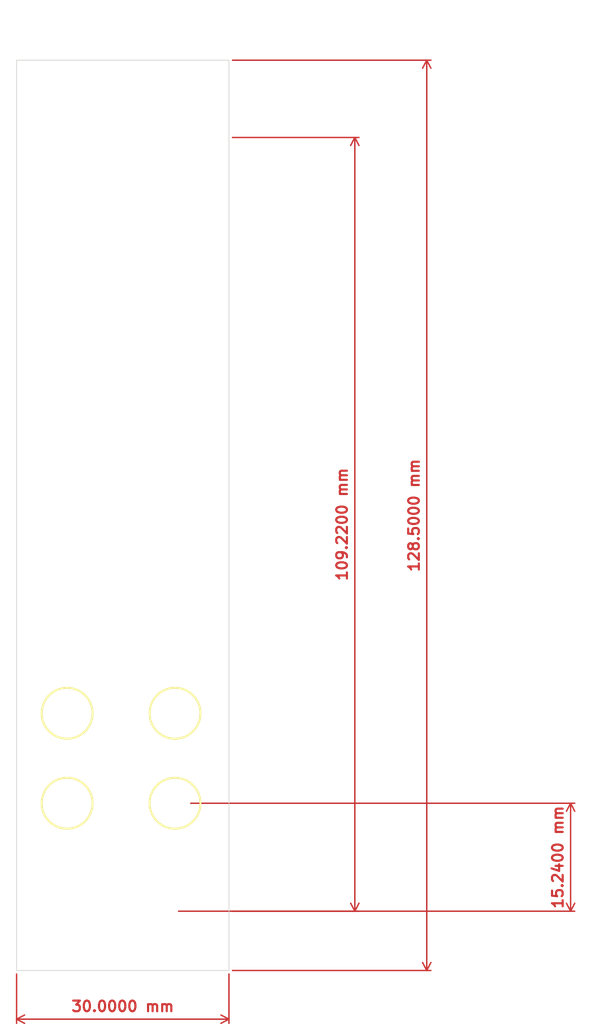
<source format=kicad_pcb>
(kicad_pcb (version 20211014) (generator pcbnew)
  (layers (0 "F.Cu" signal) (31 "B.Cu" signal) (34 "B.Paste" user) (35 "F.Paste" user) (36 "B.SilkS" user "B.Silkscreen") (37 "F.SilkS" user "F.Silkscreen") (38 "B.Mask" user) (39 "F.Mask" user) (44 "Edge.Cuts" user))
  (net 0 "")
  (footprint "MountingHole:MountingHole_3.2mm_M3" (layer "F.Cu") (at 79.22 60.67)
    (fp_text reference "REF**" hide)
    (fp_text value "MountingHole_3.2mm_M3" hide)
    (pad "" np_thru_hole oval locked (at 0 0) (size 7 3.2) (drill oval 7 3.2) (layers F&B.Cu *.Mask))
  )
  (footprint "MountingHole:MountingHole_4.3mm_M4" (layer "F.Cu") (at 81.28 162.56)
    (fp_text reference "REF**" hide)
    (fp_text value "MountingHole_4.3mm_M4")
    (pad "" np_thru_hole circle (at 0 0) (size 4.3 4.3) (drill 4.3) (layers *.Cu *.Mask))
  )
  (footprint "MountingHole:MountingHole_4.3mm_M4" (layer "F.Cu") (at 96.52 162.56)
    (fp_text reference "REF**" hide)
    (fp_text value "MountingHole_4.3mm_M4")
    (pad "" np_thru_hole circle (at 0 0) (size 4.3 4.3) (drill 4.3) (layers F&B.Cu *.Mask))
  )
  (footprint "MountingHole:MountingHole_3.2mm_M3" (layer "F.Cu") (at 79.22 183.17)
    (fp_text reference "REF**" hide)
    (fp_text value "MountingHole_3.2mm_M3" hide)
    (pad "" np_thru_hole oval locked (at 0 0) (size 7 3.2) (drill oval 7 3.2) (layers F&B.Cu *.Mask))
  )
  (footprint "MountingHole:MountingHole_4.3mm_M4" (layer "F.Cu") (at 81.28 149.86)
    (fp_text reference "REF**" hide)
    (fp_text value "MountingHole_4.3mm_M4")
    (pad "" np_thru_hole circle (at 0 0) (size 4.3 4.3) (drill 4.3) (layers F&B.Cu *.Mask))
  )
  (footprint "MountingHole:MountingHole_4.3mm_M4" (layer "F.Cu") (at 96.52 149.86)
    (fp_text reference "REF**" hide)
    (fp_text value "MountingHole_4.3mm_M4")
    (pad "" np_thru_hole circle (at 0 0) (size 4.3 4.3) (drill 4.3) (layers F&B.Cu *.Mask))
  )
  (gr_circle (center 81.28 149.86) (end 84.872102 149.86) (layer "F.SilkS") (width 0.3) (fill none))
  (gr_circle (center 96.52 162.56) (end 100.112102 162.56) (layer "F.SilkS") (width 0.3) (fill none))
  (gr_circle (center 96.52 149.86) (end 100.112102 149.86) (layer "F.SilkS") (width 0.3) (fill none))
  (gr_circle (center 81.28 162.56) (end 84.872102 162.56) (layer "F.SilkS") (width 0.3) (fill none))
  (gr_line (start 104.14 186.17) (end 74.14 186.17) (layer "Edge.Cuts") (width 0.1))
  (gr_line (start 104.14 57.67) (end 104.14 186.17) (layer "Edge.Cuts") (width 0.1))
  (gr_line (start 74.14 57.67) (end 104.14 57.67) (layer "Edge.Cuts") (width 0.1))
  (gr_line (start 74.14 186.17) (end 74.14 57.67) (layer "Edge.Cuts") (width 0.1))
  (dimension (type aligned) (layer "F.Cu") (pts (xy 104.14 177.8) (xy 104.14 68.58)) (height 17.78) (gr_text "109.2200 mm" (at 120.12 123.19 90) (layer "F.Cu") (effects (font (size 1.5 1.5) (thickness 0.3)))) (format (units 3) (units_format 1) (precision 4)) (style (thickness 0.2) (arrow_length 1.27) (text_position_mode 0) (extension_height 0.58642) (extension_offset 0.5) keep_text_aligned))
  (dimension (type aligned) (layer "F.Cu") (pts (xy 104.14 57.67) (xy 104.14 186.17)) (height -27.94) (gr_text "128.5000 mm" (at 130.28 121.92 90) (layer "F.Cu") (effects (font (size 1.5 1.5) (thickness 0.3)))) (format (units 3) (units_format 1) (precision 4)) (style (thickness 0.2) (arrow_length 1.27) (text_position_mode 0) (extension_height 0.58642) (extension_offset 0.5) keep_text_aligned))
  (dimension (type aligned) (layer "F.Cu") (pts (xy 96.52 177.8) (xy 96.52 162.56)) (height 55.88) (gr_text "15.2400 mm" (at 150.6 170.18 90) (layer "F.Cu") (effects (font (size 1.5 1.5) (thickness 0.3)))) (format (units 3) (units_format 1) (precision 4)) (style (thickness 0.2) (arrow_length 1.27) (text_position_mode 0) (extension_height 0.58642) (extension_offset 0.5) keep_text_aligned))
  (dimension (type aligned) (layer "F.Cu") (pts (xy 74.14 186.17) (xy 104.14 186.17)) (height 6.87) (gr_text "30.0000 mm" (at 89.14 191.24) (layer "F.Cu") (effects (font (size 1.5 1.5) (thickness 0.3)))) (format (units 3) (units_format 1) (precision 4)) (style (thickness 0.2) (arrow_length 1.27) (text_position_mode 0) (extension_height 0.58642) (extension_offset 0.5) keep_text_aligned))
)
</source>
